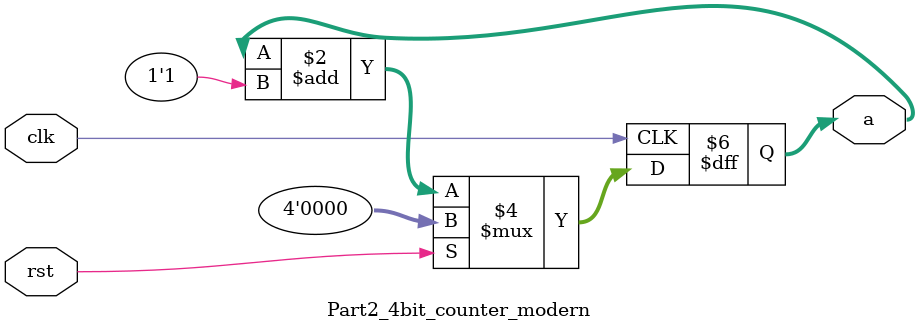
<source format=v>
`timescale 1ns / 1ps
module Part2_4bit_counter_modern(
    input clk,
    output reg [3:0]a,
    input rst
    );

	 
	 always @ (posedge clk)
		if (rst)
			a <= 4'b0000;
		else
			a <= a + 1'b1;

endmodule

</source>
